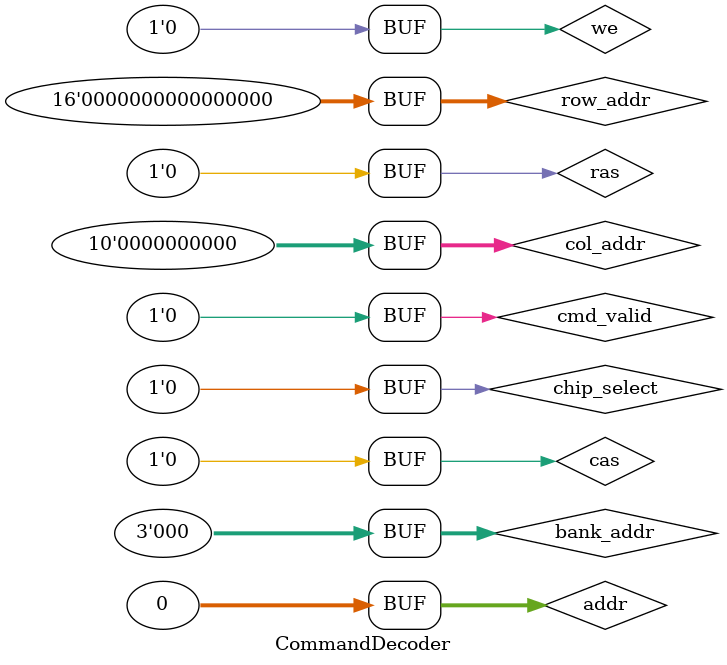
<source format=v>
/* Machine-generated using Migen */
module CommandDecoder(

);

reg [31:0] addr = 32'd0;
reg chip_select = 1'd0;
reg ras = 1'd0;
reg cas = 1'd0;
reg we = 1'd0;
reg [3:0] cmd_decoded;
wire cmd_valid;
wire [15:0] row_addr;
wire [9:0] col_addr;
wire [2:0] bank_addr;

// synthesis translate_off
reg dummy_s;
initial dummy_s <= 1'd0;
// synthesis translate_on

assign cmd_valid = (chip_select & (~((ras & cas) & we)));

// synthesis translate_off
reg dummy_d;
// synthesis translate_on
always @(*) begin
	cmd_decoded <= 4'd0;
	case ({we, cas, ras})
		1'd0: begin
			cmd_decoded <= 3'd5;
		end
		1'd1: begin
			cmd_decoded <= 2'd3;
		end
		2'd2: begin
			cmd_decoded <= 2'd2;
		end
		2'd3: begin
			cmd_decoded <= 1'd1;
		end
		3'd4: begin
			cmd_decoded <= 3'd4;
		end
		default: begin
			cmd_decoded <= 1'd0;
		end
	endcase
// synthesis translate_off
	dummy_d <= dummy_s;
// synthesis translate_on
end
assign row_addr = addr[31:16];
assign col_addr = addr[15:6];
assign bank_addr = addr[5:3];

endmodule

</source>
